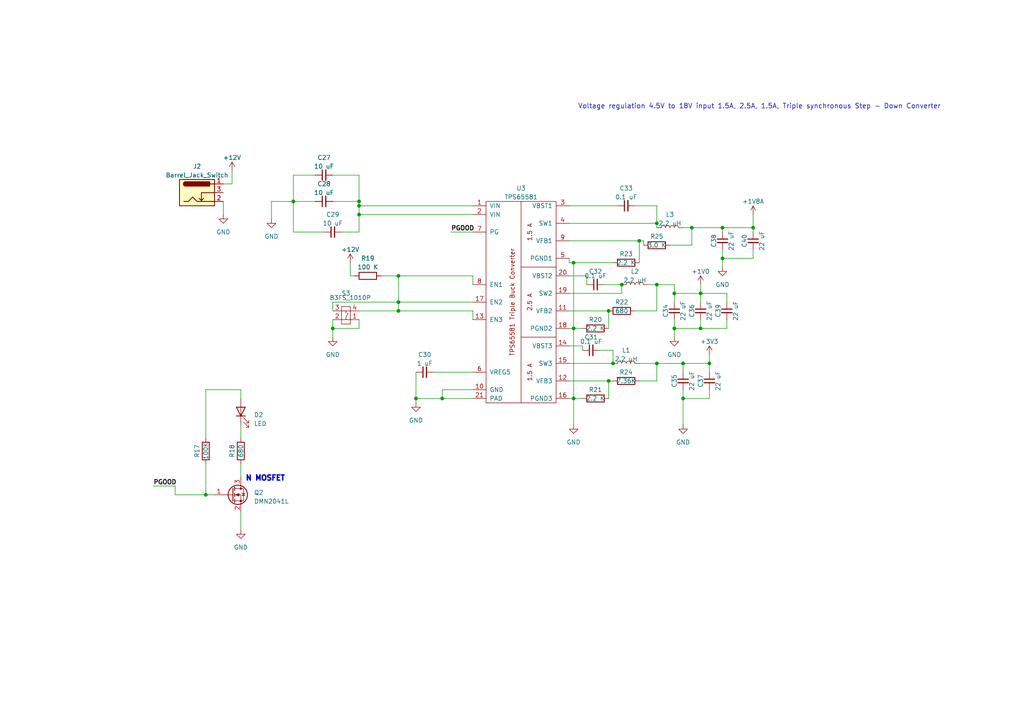
<source format=kicad_sch>
(kicad_sch (version 20230121) (generator eeschema)
  (paper "A4")
  (title_block (title "Power Supply") (date "15/06/23"))
  (lib_symbols
    (symbol "Connector:Barrel_Jack_Switch" (pin_names hide)
      (property "Reference" "J" (at 0 5.334 0))
      (property "Value" "Barrel_Jack_Switch" (at 0 -5.08 0))
      (symbol "Barrel_Jack_Switch_0_1"
        (rectangle (start -5.08 3.81) (end 5.08 -3.81) (stroke (width 0.254)) (fill (type background)))
        (arc (start -3.302 3.175) (mid -3.9343 2.54) (end -3.302 1.905) (stroke (width 0.254)))
        (arc (start -3.302 3.175) (mid -3.9343 2.54) (end -3.302 1.905) (stroke (width 0.254)) (fill (type outline)))
        (polyline (pts (xy 1.27 -2.286) (xy 1.905 -1.651)) (stroke (width 0.254)))
        (polyline (pts (xy 5.08 2.54) (xy 3.81 2.54)) (stroke (width 0.254)))
        (polyline (pts (xy 5.08 0) (xy 1.27 0) (xy 1.27 -2.286) (xy 0.635 -1.651)) (stroke (width 0.254)))
        (polyline (pts (xy -3.81 -2.54) (xy -2.54 -2.54) (xy -1.27 -1.27) (xy 0 -2.54) (xy 2.54 -2.54) (xy 5.08 -2.54)) (stroke (width 0.254)))
        (rectangle (start 3.683 3.175) (end -3.302 1.905) (stroke (width 0.254)) (fill (type outline)))
      )
      (symbol "Barrel_Jack_Switch_1_1"
        (pin passive line (at 7.62 2.54 180) (length 2.54) (name "~") (number "1"))
        (pin passive line (at 7.62 -2.54 180) (length 2.54) (name "~") (number "2"))
        (pin passive line (at 7.62 0 180) (length 2.54) (name "~") (number "3"))
      )
    )
    (symbol "Device:C_Small" (pin_numbers hide) (pin_names (offset 0.254) hide)
      (property "Reference" "C" (at 0.254 1.778 0))
      (property "Value" "C_Small" (at 0.254 -2.032 0))
      (symbol "C_Small_0_1"
        (polyline (pts (xy -1.524 -0.508) (xy 1.524 -0.508)) (stroke (width 0.3302)))
        (polyline (pts (xy -1.524 0.508) (xy 1.524 0.508)) (stroke (width 0.3048)))
      )
      (symbol "C_Small_1_1"
        (pin passive line (at 0 2.54 270) (length 2.032) (name "~") (number "1"))
        (pin passive line (at 0 -2.54 90) (length 2.032) (name "~") (number "2"))
      )
    )
    (symbol "Device:L" (pin_numbers hide) (pin_names (offset 1.016) hide)
      (property "Reference" "L" (at -1.27 0 90))
      (property "Value" "L" (at 1.905 0 90))
      (symbol "L_0_1"
        (arc (start 0 -2.54) (mid 0.6323 -1.905) (end 0 -1.27))
        (arc (start 0 -1.27) (mid 0.6323 -0.635) (end 0 0))
        (arc (start 0 0) (mid 0.6323 0.635) (end 0 1.27))
        (arc (start 0 1.27) (mid 0.6323 1.905) (end 0 2.54))
      )
      (symbol "L_1_1"
        (pin passive line (at 0 3.81 270) (length 1.27) (name "1") (number "1"))
        (pin passive line (at 0 -3.81 90) (length 1.27) (name "2") (number "2"))
      )
    )
    (symbol "Device:LED" (pin_numbers hide) (pin_names (offset 1.016) hide)
      (property "Reference" "D" (at 0 2.54 0))
      (property "Value" "LED" (at 0 -2.54 0))
      (symbol "LED_0_1"
        (polyline (pts (xy -1.27 -1.27) (xy -1.27 1.27)) (stroke (width 0.254)))
        (polyline (pts (xy -1.27 0) (xy 1.27 0)))
        (polyline (pts (xy 1.27 -1.27) (xy 1.27 1.27) (xy -1.27 0) (xy 1.27 -1.27)) (stroke (width 0.254)))
        (polyline (pts (xy -3.048 -0.762) (xy -4.572 -2.286) (xy -3.81 -2.286) (xy -4.572 -2.286) (xy -4.572 -1.524)))
        (polyline (pts (xy -1.778 -0.762) (xy -3.302 -2.286) (xy -2.54 -2.286) (xy -3.302 -2.286) (xy -3.302 -1.524)))
      )
      (symbol "LED_1_1"
        (pin passive line (at -3.81 0 0) (length 2.54) (name "K") (number "1"))
        (pin passive line (at 3.81 0 180) (length 2.54) (name "A") (number "2"))
      )
    )
    (symbol "Device:R" (pin_numbers hide) (pin_names (offset 0))
      (property "Reference" "R" (at 2.032 0 90))
      (property "Value" "R" (at 0 0 90))
      (symbol "R_0_1"
        (rectangle (start -1.016 -2.54) (end 1.016 2.54) (stroke (width 0.254)))
      )
      (symbol "R_1_1"
        (pin passive line (at 0 3.81 270) (length 1.27) (name "~") (number "1"))
        (pin passive line (at 0 -3.81 90) (length 1.27) (name "~") (number "2"))
      )
    )
    (symbol "FPGA_project_parts:+1V8A" (power) (pin_names (offset 0))
      (property "Value" "+1V8A" (at 0 3.175 0))
      (symbol "+1V8A_0_1"
        (polyline (pts (xy 0 2.54) (xy 0.635 1.27)))
        (polyline (pts (xy 0 0) (xy 0 2.54) (xy -0.635 1.27)))
      )
      (symbol "+1V8A_1_1"
        (pin power_in line (at 0 0 90) (length 0) hide (name "+1V8A") (number "1"))
      )
    )
    (symbol "FPGA_project_parts:B3FS_1010P" (pin_names (offset 1.016) hide)
      (property "Reference" "S" (at 0 3.81 0))
      (property "Value" "B3FS_1010P" (at 0 -3.81 0))
      (symbol "B3FS_1010P_0_1"
        (rectangle (start -1.27 2.54) (end 1.27 -2.54))
        (polyline (pts (xy -1.27 -1.27) (xy 1.27 -1.27)))
        (polyline (pts (xy -1.27 1.27) (xy 1.27 1.27)))
        (polyline (pts (xy 0 1.27) (xy 0 0.635)))
        (polyline (pts (xy 0 -1.27) (xy 0 -0.635) (xy 0.635 0.635)))
      )
      (symbol "B3FS_1010P_1_1"
        (pin input line (at 3.81 -1.27 180) (length 2.54) (name "1") (number "1"))
        (pin input line (at -3.81 -1.27 0) (length 2.54) (name "2") (number "2"))
        (pin input line (at -3.81 1.27 0) (length 2.54) (name "3") (number "3"))
        (pin input line (at 3.81 1.27 180) (length 2.54) (name "4") (number "4"))
      )
    )
    (symbol "FPGA_project_parts:TPS65581" (pin_names (offset 1.016))
      (property "Reference" "U" (at 0 30.48 0))
      (property "Value" "TPS65581" (at 0 -30.48 0))
      (symbol "TPS65581_0_0"
        (polyline (pts (xy 10.16 -10.16) (xy 0 -10.16)))
        (polyline (pts (xy 10.16 10.16) (xy 0 10.16)))
        (text "1.5 A" (at 2.54 -20.32 900) (effects (font (size 1.27 1.27))))
        (text "1.5 A" (at 2.54 20.32 900) (effects (font (size 1.27 1.27))))
        (text "2.5 A" (at 2.54 0 900) (effects (font (size 1.27 1.27))))
        (text "TPS65581 Triple Buck Converter" (at -2.54 0 900) (effects (font (size 1.27 1.27))))
      )
      (symbol "TPS65581_0_1"
        (rectangle (start -10.16 29.21) (end 10.16 -29.21))
        (polyline (pts (xy 0 29.21) (xy 0 -29.21)))
      )
      (symbol "TPS65581_1_1"
        (pin power_in line (at -13.97 27.94 0) (length 3.81) (name "VIN") (number "1"))
        (pin power_in line (at -13.97 -25.4 0) (length 3.81) (name "GND") (number "10"))
        (pin power_out line (at 13.97 -2.54 180) (length 3.81) (name "VFB2") (number "11"))
        (pin power_out line (at 13.97 -22.86 180) (length 3.81) (name "VFB3") (number "12"))
        (pin input line (at -13.97 -5.08 0) (length 3.81) (name "EN3") (number "13"))
        (pin power_out line (at 13.97 -12.7 180) (length 3.81) (name "VBST3") (number "14"))
        (pin power_out line (at 13.97 -17.78 180) (length 3.81) (name "SW3") (number "15"))
        (pin power_in line (at 13.97 -27.94 180) (length 3.81) (name "PGND3") (number "16"))
        (pin input line (at -13.97 0 0) (length 3.81) (name "EN2") (number "17"))
        (pin power_in line (at 13.97 -7.62 180) (length 3.81) (name "PGND2") (number "18"))
        (pin power_out line (at 13.97 2.54 180) (length 3.81) (name "SW2") (number "19"))
        (pin power_in line (at -13.97 25.4 0) (length 3.81) (name "VIN") (number "2"))
        (pin power_out line (at 13.97 7.62 180) (length 3.81) (name "VBST2") (number "20"))
        (pin power_in line (at -13.97 -27.94 0) (length 3.81) (name "PAD") (number "21"))
        (pin power_out line (at 13.97 27.94 180) (length 3.81) (name "VBST1") (number "3"))
        (pin power_out line (at 13.97 22.86 180) (length 3.81) (name "SW1") (number "4"))
        (pin power_in line (at 13.97 12.7 180) (length 3.81) (name "PGND1") (number "5"))
        (pin power_out line (at -13.97 -20.32 0) (length 3.81) (name "VREG5") (number "6"))
        (pin open_collector line (at -13.97 20.32 0) (length 3.81) (name "PG") (number "7"))
        (pin input line (at -13.97 5.08 0) (length 3.81) (name "EN1") (number "8"))
        (pin power_out line (at 13.97 17.78 180) (length 3.81) (name "VFB1") (number "9"))
      )
    )
    (symbol "Transistor_FET:DMN2041L" (pin_names hide)
      (property "Reference" "Q" (at 5.08 1.905 0))
      (property "Value" "DMN2041L" (at 5.08 0 0))
      (symbol "DMN2041L_0_1"
        (polyline (pts (xy 0.254 0) (xy -2.54 0)))
        (polyline (pts (xy 0.254 1.905) (xy 0.254 -1.905)) (stroke (width 0.254)))
        (polyline (pts (xy 0.762 -1.27) (xy 0.762 -2.286)) (stroke (width 0.254)))
        (polyline (pts (xy 0.762 0.508) (xy 0.762 -0.508)) (stroke (width 0.254)))
        (polyline (pts (xy 0.762 2.286) (xy 0.762 1.27)) (stroke (width 0.254)))
        (polyline (pts (xy 2.54 2.54) (xy 2.54 1.778)))
        (polyline (pts (xy 2.54 -2.54) (xy 2.54 0) (xy 0.762 0)))
        (polyline (pts (xy 0.762 -1.778) (xy 3.302 -1.778) (xy 3.302 1.778) (xy 0.762 1.778)))
        (polyline (pts (xy 1.016 0) (xy 2.032 0.381) (xy 2.032 -0.381) (xy 1.016 0)) (fill (type outline)))
        (polyline (pts (xy 2.794 0.508) (xy 2.921 0.381) (xy 3.683 0.381) (xy 3.81 0.254)))
        (polyline (pts (xy 3.302 0.381) (xy 2.921 -0.254) (xy 3.683 -0.254) (xy 3.302 0.381)))
        (circle (center 1.651 0) (radius 2.794) (stroke (width 0.254)))
        (circle (center 2.54 -1.778) (radius 0.254) (fill (type outline)))
        (circle (center 2.54 1.778) (radius 0.254) (fill (type outline)))
      )
      (symbol "DMN2041L_1_1"
        (pin input line (at -5.08 0 0) (length 2.54) (name "G") (number "1"))
        (pin passive line (at 2.54 -5.08 90) (length 2.54) (name "S") (number "2"))
        (pin passive line (at 2.54 5.08 270) (length 2.54) (name "D") (number "3"))
      )
    )
    (symbol "power:+12V" (power) (pin_names (offset 0))
      (property "Value" "+12V" (at 0 3.556 0))
      (symbol "+12V_0_1"
        (polyline (pts (xy -0.762 1.27) (xy 0 2.54)))
        (polyline (pts (xy 0 0) (xy 0 2.54)))
        (polyline (pts (xy 0 2.54) (xy 0.762 1.27)))
      )
      (symbol "+12V_1_1"
        (pin power_in line (at 0 0 90) (length 0) hide (name "+12V") (number "1"))
      )
    )
    (symbol "power:+1V0" (power) (pin_names (offset 0))
      (property "Value" "+1V0" (at 0 3.556 0))
      (symbol "+1V0_0_1"
        (polyline (pts (xy -0.762 1.27) (xy 0 2.54)))
        (polyline (pts (xy 0 0) (xy 0 2.54)))
        (polyline (pts (xy 0 2.54) (xy 0.762 1.27)))
      )
      (symbol "+1V0_1_1"
        (pin power_in line (at 0 0 90) (length 0) hide (name "+1V0") (number "1"))
      )
    )
    (symbol "power:+3V3" (power) (pin_names (offset 0))
      (property "Value" "+3V3" (at 0 3.556 0))
      (symbol "+3V3_0_1"
        (polyline (pts (xy -0.762 1.27) (xy 0 2.54)))
        (polyline (pts (xy 0 0) (xy 0 2.54)))
        (polyline (pts (xy 0 2.54) (xy 0.762 1.27)))
      )
      (symbol "+3V3_1_1"
        (pin power_in line (at 0 0 90) (length 0) hide (name "+3V3") (number "1"))
      )
    )
    (symbol "power:GND" (power) (pin_names (offset 0))
      (property "Value" "GND" (at 0 -3.81 0))
      (symbol "GND_0_1"
        (polyline (pts (xy 0 0) (xy 0 -1.27) (xy 1.27 -1.27) (xy 0 -2.54) (xy -1.27 -1.27) (xy 0 -1.27)))
      )
      (symbol "GND_1_1"
        (pin power_in line (at 0 0 270) (length 0) hide (name "GND") (number "1"))
      )
    )
  )
  (junction (at 203.2 85.09))
  (junction (at 166.37 95.25))
  (junction (at 176.53 90.17))
  (junction (at 209.55 66.04))
  (junction (at 104.14 59.69))
  (junction (at 180.34 82.55))
  (junction (at 85.09 58.42))
  (junction (at 104.14 58.42))
  (junction (at 205.74 105.41))
  (junction (at 218.44 66.04))
  (junction (at 96.52 95.25))
  (junction (at 166.37 76.2))
  (junction (at 115.57 80.01))
  (junction (at 115.57 90.17))
  (junction (at 198.12 105.41))
  (junction (at 115.57 87.63))
  (junction (at 190.5 64.77))
  (junction (at 190.5 105.41))
  (junction (at 176.53 110.49))
  (junction (at 120.65 115.57))
  (junction (at 177.8 105.41))
  (junction (at 198.12 115.57))
  (junction (at 209.55 74.93))
  (junction (at 200.66 66.04))
  (junction (at 166.37 115.57))
  (junction (at 195.58 85.09))
  (junction (at 203.2 95.25))
  (junction (at 185.42 69.85))
  (junction (at 59.69 143.51))
  (junction (at 195.58 95.25))
  (junction (at 128.27 115.57))
  (junction (at 190.5 82.55))
  (junction (at 104.14 62.23))
  (wire (pts (xy 190.5 90.17) (xy 190.5 82.55)))
  (wire (pts (xy 104.14 58.42) (xy 104.14 59.69)))
  (wire (pts (xy 165.1 110.49) (xy 176.53 110.49)))
  (wire (pts (xy 218.44 62.23) (xy 218.44 66.04)))
  (wire (pts (xy 185.42 105.41) (xy 190.5 105.41)))
  (wire (pts (xy 185.42 110.49) (xy 190.5 110.49)))
  (wire (pts (xy 200.66 66.04) (xy 209.55 66.04)))
  (wire (pts (xy 209.55 72.39) (xy 209.55 74.93)))
  (wire (pts (xy 166.37 115.57) (xy 168.91 115.57)))
  (wire (pts (xy 96.52 50.8) (xy 104.14 50.8)))
  (wire (pts (xy 175.26 82.55) (xy 180.34 82.55)))
  (wire (pts (xy 137.16 115.57) (xy 128.27 115.57)))
  (wire (pts (xy 166.37 76.2) (xy 165.1 76.2)))
  (wire (pts (xy 165.1 69.85) (xy 185.42 69.85)))
  (wire (pts (xy 120.65 107.95) (xy 120.65 115.57)))
  (wire (pts (xy 115.57 80.01) (xy 115.57 87.63)))
  (wire (pts (xy 67.31 53.34) (xy 67.31 49.53)))
  (wire (pts (xy 177.8 76.2) (xy 166.37 76.2)))
  (wire (pts (xy 85.09 50.8) (xy 85.09 58.42)))
  (wire (pts (xy 195.58 85.09) (xy 203.2 85.09)))
  (wire (pts (xy 78.74 63.5) (xy 78.74 58.42)))
  (wire (pts (xy 190.5 105.41) (xy 198.12 105.41)))
  (wire (pts (xy 104.14 62.23) (xy 137.16 62.23)))
  (wire (pts (xy 187.96 82.55) (xy 190.5 82.55)))
  (wire (pts (xy 205.74 102.87) (xy 205.74 105.41)))
  (wire (pts (xy 96.52 87.63) (xy 115.57 87.63)))
  (wire (pts (xy 165.1 85.09) (xy 180.34 85.09)))
  (wire (pts (xy 165.1 90.17) (xy 176.53 90.17)))
  (wire (pts (xy 195.58 92.71) (xy 195.58 95.25)))
  (wire (pts (xy 177.8 110.49) (xy 176.53 110.49)))
  (wire (pts (xy 137.16 113.03) (xy 128.27 113.03)))
  (wire (pts (xy 59.69 127) (xy 59.69 113.03)))
  (wire (pts (xy 104.14 50.8) (xy 104.14 58.42)))
  (wire (pts (xy 115.57 90.17) (xy 137.16 90.17)))
  (wire (pts (xy 85.09 58.42) (xy 85.09 67.31)))
  (wire (pts (xy 176.53 90.17) (xy 176.53 95.25)))
  (wire (pts (xy 69.85 123.19) (xy 69.85 127)))
  (wire (pts (xy 96.52 58.42) (xy 104.14 58.42)))
  (wire (pts (xy 200.66 71.12) (xy 200.66 66.04)))
  (wire (pts (xy 165.1 95.25) (xy 166.37 95.25)))
  (wire (pts (xy 125.73 107.95) (xy 137.16 107.95)))
  (wire (pts (xy 64.77 53.34) (xy 67.31 53.34)))
  (wire (pts (xy 203.2 87.63) (xy 203.2 85.09)))
  (wire (pts (xy 195.58 82.55) (xy 195.58 85.09)))
  (wire (pts (xy 190.5 64.77) (xy 190.5 66.04)))
  (wire (pts (xy 101.6 80.01) (xy 102.87 80.01)))
  (wire (pts (xy 104.14 92.71) (xy 104.14 95.25)))
  (wire (pts (xy 185.42 69.85) (xy 186.69 69.85)))
  (wire (pts (xy 185.42 69.85) (xy 185.42 76.2)))
  (wire (pts (xy 64.77 58.42) (xy 64.77 62.23)))
  (wire (pts (xy 218.44 67.31) (xy 218.44 66.04)))
  (wire (pts (xy 104.14 90.17) (xy 115.57 90.17)))
  (wire (pts (xy 195.58 95.25) (xy 195.58 97.79)))
  (wire (pts (xy 218.44 66.04) (xy 209.55 66.04)))
  (wire (pts (xy 59.69 143.51) (xy 50.8 143.51)))
  (wire (pts (xy 190.5 110.49) (xy 190.5 105.41)))
  (wire (pts (xy 50.8 143.51) (xy 50.8 140.97)))
  (wire (pts (xy 128.27 115.57) (xy 120.65 115.57)))
  (wire (pts (xy 184.15 90.17) (xy 190.5 90.17)))
  (wire (pts (xy 69.85 113.03) (xy 69.85 115.57)))
  (wire (pts (xy 198.12 105.41) (xy 198.12 107.95)))
  (wire (pts (xy 120.65 116.84) (xy 120.65 115.57)))
  (wire (pts (xy 165.1 64.77) (xy 190.5 64.77)))
  (wire (pts (xy 186.69 69.85) (xy 186.69 71.12)))
  (wire (pts (xy 170.18 80.01) (xy 170.18 82.55)))
  (wire (pts (xy 104.14 59.69) (xy 137.16 59.69)))
  (wire (pts (xy 210.82 92.71) (xy 210.82 95.25)))
  (wire (pts (xy 165.1 76.2) (xy 165.1 74.93)))
  (wire (pts (xy 194.31 71.12) (xy 200.66 71.12)))
  (wire (pts (xy 69.85 148.59) (xy 69.85 153.67)))
  (wire (pts (xy 184.15 59.69) (xy 190.5 59.69)))
  (wire (pts (xy 165.1 59.69) (xy 179.07 59.69)))
  (wire (pts (xy 104.14 59.69) (xy 104.14 62.23)))
  (wire (pts (xy 69.85 134.62) (xy 69.85 138.43)))
  (wire (pts (xy 137.16 67.31) (xy 130.81 67.31)))
  (wire (pts (xy 195.58 85.09) (xy 195.58 87.63)))
  (wire (pts (xy 115.57 80.01) (xy 137.16 80.01)))
  (wire (pts (xy 166.37 95.25) (xy 168.91 95.25)))
  (wire (pts (xy 168.91 100.33) (xy 168.91 101.6)))
  (wire (pts (xy 166.37 115.57) (xy 166.37 123.19)))
  (wire (pts (xy 91.44 58.42) (xy 85.09 58.42)))
  (wire (pts (xy 205.74 113.03) (xy 205.74 115.57)))
  (wire (pts (xy 115.57 87.63) (xy 137.16 87.63)))
  (wire (pts (xy 205.74 105.41) (xy 205.74 107.95)))
  (wire (pts (xy 166.37 76.2) (xy 166.37 95.25)))
  (wire (pts (xy 96.52 92.71) (xy 96.52 95.25)))
  (wire (pts (xy 198.12 113.03) (xy 198.12 115.57)))
  (wire (pts (xy 209.55 66.04) (xy 209.55 67.31)))
  (wire (pts (xy 166.37 95.25) (xy 166.37 115.57)))
  (wire (pts (xy 198.12 66.04) (xy 200.66 66.04)))
  (wire (pts (xy 101.6 76.2) (xy 101.6 80.01)))
  (wire (pts (xy 137.16 80.01) (xy 137.16 82.55)))
  (wire (pts (xy 176.53 110.49) (xy 176.53 115.57)))
  (wire (pts (xy 78.74 58.42) (xy 85.09 58.42)))
  (wire (pts (xy 96.52 90.17) (xy 96.52 87.63)))
  (wire (pts (xy 91.44 50.8) (xy 85.09 50.8)))
  (wire (pts (xy 173.99 101.6) (xy 177.8 101.6)))
  (wire (pts (xy 177.8 101.6) (xy 177.8 105.41)))
  (wire (pts (xy 110.49 80.01) (xy 115.57 80.01)))
  (wire (pts (xy 104.14 62.23) (xy 104.14 67.31)))
  (wire (pts (xy 180.34 85.09) (xy 180.34 82.55)))
  (wire (pts (xy 190.5 59.69) (xy 190.5 64.77)))
  (wire (pts (xy 44.45 140.97) (xy 50.8 140.97)))
  (wire (pts (xy 104.14 95.25) (xy 96.52 95.25)))
  (wire (pts (xy 195.58 95.25) (xy 203.2 95.25)))
  (wire (pts (xy 137.16 90.17) (xy 137.16 92.71)))
  (wire (pts (xy 59.69 113.03) (xy 69.85 113.03)))
  (wire (pts (xy 165.1 80.01) (xy 170.18 80.01)))
  (wire (pts (xy 218.44 72.39) (xy 218.44 74.93)))
  (wire (pts (xy 209.55 74.93) (xy 209.55 77.47)))
  (wire (pts (xy 190.5 82.55) (xy 195.58 82.55)))
  (wire (pts (xy 203.2 82.55) (xy 203.2 85.09)))
  (wire (pts (xy 165.1 105.41) (xy 177.8 105.41)))
  (wire (pts (xy 218.44 74.93) (xy 209.55 74.93)))
  (wire (pts (xy 210.82 87.63) (xy 210.82 85.09)))
  (wire (pts (xy 210.82 95.25) (xy 203.2 95.25)))
  (wire (pts (xy 203.2 95.25) (xy 203.2 92.71)))
  (wire (pts (xy 128.27 113.03) (xy 128.27 115.57)))
  (wire (pts (xy 93.98 67.31) (xy 85.09 67.31)))
  (wire (pts (xy 205.74 105.41) (xy 198.12 105.41)))
  (wire (pts (xy 203.2 85.09) (xy 210.82 85.09)))
  (wire (pts (xy 165.1 100.33) (xy 168.91 100.33)))
  (wire (pts (xy 205.74 115.57) (xy 198.12 115.57)))
  (wire (pts (xy 62.23 143.51) (xy 59.69 143.51)))
  (wire (pts (xy 198.12 115.57) (xy 198.12 123.19)))
  (wire (pts (xy 104.14 67.31) (xy 99.06 67.31)))
  (wire (pts (xy 165.1 115.57) (xy 166.37 115.57)))
  (wire (pts (xy 96.52 95.25) (xy 96.52 97.79)))
  (wire (pts (xy 59.69 134.62) (xy 59.69 143.51)))
  (wire (pts (xy 115.57 87.63) (xy 115.57 90.17)))
  (text "N MOSFET" (at 71.12 139.7 0) (effects (font (size 1.5 1.5) (thickness 0.4) bold) (justify left bottom)))
  (text "Voltage regulation 4.5V to 18V input 1.5A, 2.5A, 1.5A, Triple synchronous Step - Down Converter" (at 167.64 31.75 0) (effects (font (size 1.4 1.4)) (justify left bottom)))
  (label "PGOOD" (at 130.81 67.31 0) (effects (font bold)))
  (label "PGOOD" (at 44.45 140.97 0) (effects (font bold)))
  (symbol (lib_id "Device:C_Small") (at 218.44 69.85 0) (unit 1)
    (property "Reference" "C40" (at 215.9 69.85 90))
    (property "Value" "22 uF" (at 220.98 69.8563 90))
    (property "Footprint" "Capacitor_SMD:C_0201_0603Metric" (effects hide))
    (instances (project "VendingMachine" (path "" (reference "C40") (unit 1))) (project "vendingMachine" (path "" (reference "C14") (unit 1))))
  )
  (symbol (lib_id "power:GND") (at 120.65 116.84 0) (unit 1)
    (property "Reference" "#PWR036" (effects hide))
    (property "Value" "GND" (at 120.65 121.92 0))
    (instances (project "VendingMachine" (path "" (reference "#PWR036") (unit 1))) (project "vendingMachine" (path "" (reference "#PWR05") (unit 1))))
  )
  (symbol (lib_id "FPGA_project_parts:TPS65581") (at 151.13 87.63 0) (unit 1)
    (property "Reference" "U3" (at 151.13 54.61 0))
    (property "Value" "TPS65581" (at 151.13 57.15 0))
    (property "Footprint" "Package_SO:HTSSOP-20-1EP_4.4x6.5mm_P0.65mm_EP3.4x6.5mm_Mask2.75x3.43mm_ThermalVias" (effects hide))
    (instances (project "VendingMachine" (path "" (reference "U3") (unit 1))) (project "vendingMachine" (path "" (reference "U1") (unit 1))))
  )
  (symbol (lib_id "Device:C_Small") (at 172.72 82.55 90) (unit 1)
    (property "Reference" "C32" (at 172.72 78.74 90))
    (property "Value" "0.1 uF" (at 172.7263 80.01 90))
    (property "Footprint" "Capacitor_SMD:C_0201_0603Metric" (effects hide))
    (instances (project "VendingMachine" (path "" (reference "C32") (unit 1))) (project "vendingMachine" (path "" (reference "C6") (unit 1))))
  )
  (symbol (lib_id "Device:C_Small") (at 123.19 107.95 90) (unit 1)
    (property "Reference" "C30" (at 123.1963 102.87 90))
    (property "Value" "1 uF" (at 123.1963 105.41 90))
    (property "Footprint" "Capacitor_SMD:C_0201_0603Metric" (effects hide))
    (instances (project "VendingMachine" (path "" (reference "C30") (unit 1))) (project "vendingMachine" (path "" (reference "C4") (unit 1))))
  )
  (symbol (lib_id "Device:C_Small") (at 205.74 110.49 0) (unit 1)
    (property "Reference" "C37" (at 203.2 110.49 90))
    (property "Value" "22 uF" (at 208.28 110.4963 90))
    (property "Footprint" "Capacitor_SMD:C_0201_0603Metric" (effects hide))
    (instances (project "VendingMachine" (path "" (reference "C37") (unit 1))) (project "vendingMachine" (path "" (reference "C9") (unit 1))))
  )
  (symbol (lib_id "Device:LED") (at 69.85 119.38 90) (unit 1)
    (property "Reference" "D2" (at 73.66 120.3325 90) (effects (justify right)))
    (property "Value" "LED" (at 73.66 122.8725 90) (effects (justify right)))
    (property "Footprint" "LED_SMD:LED_1812_4532Metric" (effects hide))
    (instances (project "VendingMachine" (path "" (reference "D2") (unit 1))) (project "vendingMachine" (path "" (reference "D1") (unit 1))))
  )
  (symbol (lib_id "power:GND") (at 198.12 123.19 0) (unit 1)
    (property "Reference" "#PWR039" (effects hide))
    (property "Value" "GND" (at 198.12 128.27 0))
    (instances (project "VendingMachine" (path "" (reference "#PWR039") (unit 1))) (project "vendingMachine" (path "" (reference "#PWR08") (unit 1))))
  )
  (symbol (lib_id "Device:R") (at 190.5 71.12 270) (unit 1)
    (property "Reference" "R25" (at 190.5 68.58 90))
    (property "Value" "3.0 K" (at 190.5 71.12 90))
    (property "Footprint" "Resistor_SMD:R_0402_1005Metric" (effects hide))
    (instances (project "VendingMachine" (path "" (reference "R25") (unit 1))) (project "vendingMachine" (path "" (reference "R5") (unit 1))))
  )
  (symbol (lib_id "power:GND") (at 96.52 97.79 0) (unit 1)
    (property "Reference" "#PWR034" (effects hide))
    (property "Value" "GND" (at 96.52 102.87 0))
    (instances (project "VendingMachine" (path "" (reference "#PWR034") (unit 1))) (project "vendingMachine" (path "" (reference "#PWR03") (unit 1))))
  )
  (symbol (lib_id "Device:C_Small") (at 203.2 90.17 0) (unit 1)
    (property "Reference" "C36" (at 200.66 90.17 90))
    (property "Value" "22 uF" (at 205.74 90.1763 90))
    (property "Footprint" "Capacitor_SMD:C_0201_0603Metric" (effects hide))
    (instances (project "VendingMachine" (path "" (reference "C36") (unit 1))) (project "vendingMachine" (path "" (reference "C11") (unit 1))))
  )
  (symbol (lib_id "power:+1V0") (at 203.2 82.55 0) (unit 1)
    (property "Reference" "#PWR040" (effects hide))
    (property "Value" "+1V0" (at 203.2 78.74 0))
    (instances (project "VendingMachine" (path "" (reference "#PWR040") (unit 1))) (project "vendingMachine" (path "" (reference "#PWR011") (unit 1))))
  )
  (symbol (lib_id "Device:R") (at 69.85 130.81 0) (unit 1)
    (property "Reference" "R18" (at 67.31 130.81 90))
    (property "Value" "680" (at 69.85 130.81 90))
    (property "Footprint" "Resistor_SMD:R_0402_1005Metric" (effects hide))
    (instances (project "VendingMachine" (path "" (reference "R18") (unit 1))) (project "vendingMachine" (path "" (reference "R8") (unit 1))))
  )
  (symbol (lib_id "Device:R") (at 180.34 90.17 270) (unit 1)
    (property "Reference" "R22" (at 180.34 87.63 90))
    (property "Value" "680" (at 180.34 90.17 90))
    (property "Footprint" "Resistor_SMD:R_0402_1005Metric" (effects hide))
    (instances (project "VendingMachine" (path "" (reference "R22") (unit 1))) (project "vendingMachine" (path "" (reference "R6") (unit 1))))
  )
  (symbol (lib_id "Device:C_Small") (at 210.82 90.17 0) (unit 1)
    (property "Reference" "C39" (at 208.28 90.17 90))
    (property "Value" "22 uF" (at 213.36 90.1763 90))
    (property "Footprint" "Capacitor_SMD:C_0201_0603Metric" (effects hide))
    (instances (project "VendingMachine" (path "" (reference "C39") (unit 1))) (project "vendingMachine" (path "" (reference "C12") (unit 1))))
  )
  (symbol (lib_id "power:GND") (at 64.77 62.23 0) (unit 1)
    (property "Reference" "#PWR030" (effects hide))
    (property "Value" "GND" (at 64.77 67.31 0))
    (instances (project "VendingMachine" (path "" (reference "#PWR030") (unit 1))) (project "vendingMachine" (path "" (reference "#PWR01") (unit 1))))
  )
  (symbol (lib_id "power:GND") (at 166.37 123.19 0) (unit 1)
    (property "Reference" "#PWR037" (effects hide))
    (property "Value" "GND" (at 166.37 128.27 0))
    (instances (project "VendingMachine" (path "" (reference "#PWR037") (unit 1))) (project "vendingMachine" (path "" (reference "#PWR07") (unit 1))))
  )
  (symbol (lib_id "Device:C_Small") (at 198.12 110.49 0) (unit 1)
    (property "Reference" "C35" (at 195.58 110.49 90))
    (property "Value" "22 uF" (at 200.66 110.4963 90))
    (property "Footprint" "Capacitor_SMD:C_0201_0603Metric" (effects hide))
    (instances (project "VendingMachine" (path "" (reference "C35") (unit 1))) (project "vendingMachine" (path "" (reference "C8") (unit 1))))
  )
  (symbol (lib_id "Device:R") (at 172.72 95.25 270) (unit 1)
    (property "Reference" "R20" (at 172.72 92.71 90))
    (property "Value" "2.2 K" (at 172.72 95.25 90))
    (property "Footprint" "Resistor_SMD:R_0402_1005Metric" (effects hide))
    (instances (project "VendingMachine" (path "" (reference "R20") (unit 1))) (project "vendingMachine" (path "" (reference "R3") (unit 1))))
  )
  (symbol (lib_id "Device:C_Small") (at 93.98 58.42 90) (unit 1)
    (property "Reference" "C28" (at 93.9863 53.34 90))
    (property "Value" "10 uF" (at 93.9863 55.88 90))
    (property "Footprint" "Capacitor_SMD:C_0201_0603Metric" (effects hide))
    (instances (project "VendingMachine" (path "" (reference "C28") (unit 1))) (project "vendingMachine" (path "" (reference "C2") (unit 1))))
  )
  (symbol (lib_id "FPGA_project_parts:+1V8A") (at 218.44 62.23 0) (unit 1)
    (property "Reference" "#PWR043" (effects hide))
    (property "Value" "+1V8A" (at 218.44 58.42 0))
    (instances (project "VendingMachine" (path "" (reference "#PWR043") (unit 1))) (project "vendingMachine" (path "" (reference "#PWR013") (unit 1))))
  )
  (symbol (lib_id "power:GND") (at 78.74 63.5 0) (unit 1)
    (property "Reference" "#PWR033" (effects hide))
    (property "Value" "GND" (at 78.74 68.58 0))
    (instances (project "VendingMachine" (path "" (reference "#PWR033") (unit 1))) (project "vendingMachine" (path "" (reference "#PWR06") (unit 1))))
  )
  (symbol (lib_id "power:+3V3") (at 205.74 102.87 0) (unit 1)
    (property "Reference" "#PWR041" (effects hide))
    (property "Value" "+3V3" (at 205.74 99.06 0))
    (instances (project "VendingMachine" (path "" (reference "#PWR041") (unit 1))) (project "vendingMachine" (path "" (reference "#PWR09") (unit 1))))
  )
  (symbol (lib_id "power:+12V") (at 67.31 49.53 0) (unit 1)
    (property "Reference" "#PWR031" (effects hide))
    (property "Value" "+12V" (at 67.31 45.72 0))
    (instances (project "VendingMachine" (path "" (reference "#PWR031") (unit 1))) (project "vendingMachine" (path "" (reference "#PWR02") (unit 1))))
  )
  (symbol (lib_id "power:GND") (at 69.85 153.67 0) (unit 1)
    (property "Reference" "#PWR032" (effects hide))
    (property "Value" "GND" (at 69.85 158.75 0))
    (instances (project "VendingMachine" (path "" (reference "#PWR032") (unit 1))) (project "vendingMachine" (path "" (reference "#PWR014") (unit 1))))
  )
  (symbol (lib_id "Device:R") (at 172.72 115.57 270) (unit 1)
    (property "Reference" "R21" (at 172.72 113.03 90))
    (property "Value" "2.2 K" (at 172.72 115.57 90))
    (property "Footprint" "Resistor_SMD:R_0402_1005Metric" (effects hide))
    (instances (project "VendingMachine" (path "" (reference "R21") (unit 1))) (project "vendingMachine" (path "" (reference "R4") (unit 1))))
  )
  (symbol (lib_id "FPGA_project_parts:B3FS_1010P") (at 100.33 91.44 0) (unit 1)
    (property "Reference" "S3" (at 100.33 85.09 0))
    (property "Value" "B3FS_1010P" (at 101.6 86.36 0))
    (property "Footprint" "FPGA_project_parts:B3FS_1010P" (effects hide))
    (instances (project "VendingMachine" (path "" (reference "S3") (unit 1))) (project "vendingMachine" (path "" (reference "S1") (unit 1))))
  )
  (symbol (lib_id "Device:R") (at 181.61 110.49 270) (unit 1)
    (property "Reference" "R24" (at 181.61 107.95 90))
    (property "Value" "7.36K" (at 181.61 110.49 90))
    (property "Footprint" "Resistor_SMD:R_0402_1005Metric" (effects hide))
    (instances (project "VendingMachine" (path "" (reference "R24") (unit 1))) (project "vendingMachine" (path "" (reference "R7") (unit 1))))
  )
  (symbol (lib_id "Device:C_Small") (at 209.55 69.85 0) (unit 1)
    (property "Reference" "C38" (at 207.01 69.85 90))
    (property "Value" "22 uF" (at 212.09 69.8563 90))
    (property "Footprint" "Capacitor_SMD:C_0201_0603Metric" (effects hide))
    (instances (project "VendingMachine" (path "" (reference "C38") (unit 1))) (project "vendingMachine" (path "" (reference "C13") (unit 1))))
  )
  (symbol (lib_id "Connector:Barrel_Jack_Switch") (at 57.15 55.88 0) (unit 1)
    (property "Reference" "J2" (at 57.15 48.26 0))
    (property "Value" "Barrel_Jack_Switch" (at 57.15 50.8 0))
    (property "Footprint" "Connector_BarrelJack:BarrelJack_CUI_PJ-036AH-SMT_Horizontal" (effects hide))
    (instances (project "VendingMachine" (path "" (reference "J2") (unit 1))) (project "vendingMachine" (path "" (reference "J1") (unit 1))))
  )
  (symbol (lib_id "power:GND") (at 209.55 77.47 0) (unit 1)
    (property "Reference" "#PWR042" (effects hide))
    (property "Value" "GND" (at 209.55 82.55 0))
    (instances (project "VendingMachine" (path "" (reference "#PWR042") (unit 1))) (project "vendingMachine" (path "" (reference "#PWR012") (unit 1))))
  )
  (symbol (lib_id "Device:R") (at 106.68 80.01 270) (unit 1)
    (property "Reference" "R19" (at 106.68 74.93 90))
    (property "Value" "100 K" (at 106.68 77.47 90))
    (property "Footprint" "Resistor_SMD:R_0402_1005Metric" (effects hide))
    (instances (project "VendingMachine" (path "" (reference "R19") (unit 1))) (project "vendingMachine" (path "" (reference "R1") (unit 1))))
  )
  (symbol (lib_id "Device:L") (at 194.31 66.04 90) (unit 1)
    (property "Reference" "L3" (at 194.31 62.23 90))
    (property "Value" "2.2 uH" (at 194.31 64.77 90))
    (property "Footprint" "Inductor_SMD:L_01005_0402Metric" (effects hide))
    (instances (project "VendingMachine" (path "" (reference "L3") (unit 1))) (project "vendingMachine" (path "" (reference "L1") (unit 1))))
  )
  (symbol (lib_id "Device:C_Small") (at 96.52 67.31 90) (unit 1)
    (property "Reference" "C29" (at 96.5263 62.23 90))
    (property "Value" "10 uF" (at 96.5263 64.77 90))
    (property "Footprint" "Capacitor_SMD:C_0201_0603Metric" (effects hide))
    (instances (project "VendingMachine" (path "" (reference "C29") (unit 1))) (project "vendingMachine" (path "" (reference "C3") (unit 1))))
  )
  (symbol (lib_id "Transistor_FET:DMN2041L") (at 67.31 143.51 0) (unit 1)
    (property "Reference" "Q2" (at 73.66 142.875 0) (effects (justify left)))
    (property "Value" "DMN2041L" (at 73.66 145.415 0) (effects (justify left)))
    (property "Footprint" "Package_TO_SOT_SMD:SOT-23" (effects hide))
    (property "Datasheet" "https://www.diodes.com/assets/Datasheets/products_inactive_data/DMN2041L.pdf" (effects hide))
    (instances (project "VendingMachine" (path "" (reference "Q2") (unit 1))) (project "vendingMachine" (path "" (reference "Q1") (unit 1))))
  )
  (symbol (lib_id "Device:C_Small") (at 93.98 50.8 90) (unit 1)
    (property "Reference" "C27" (at 93.9863 45.72 90))
    (property "Value" "10 uF" (at 93.9863 48.26 90))
    (property "Footprint" "Capacitor_SMD:C_0201_0603Metric" (effects hide))
    (instances (project "VendingMachine" (path "" (reference "C27") (unit 1))) (project "vendingMachine" (path "" (reference "C1") (unit 1))))
  )
  (symbol (lib_id "Device:R") (at 59.69 130.81 0) (unit 1)
    (property "Reference" "R17" (at 57.15 130.81 90))
    (property "Value" "100K" (at 59.69 130.81 90))
    (property "Footprint" "Resistor_SMD:R_0402_1005Metric" (effects hide))
    (instances (project "VendingMachine" (path "" (reference "R17") (unit 1))) (project "vendingMachine" (path "" (reference "R9") (unit 1))))
  )
  (symbol (lib_id "Device:L") (at 184.15 82.55 90) (unit 1)
    (property "Reference" "L2" (at 184.15 78.74 90))
    (property "Value" "2.2 uH" (at 184.15 81.28 90))
    (property "Footprint" "Inductor_SMD:L_01005_0402Metric" (effects hide))
  )
  (symbol (lib_id "power:GND") (at 195.58 97.79 0) (unit 1)
    (property "Reference" "#PWR038" (effects hide))
    (property "Value" "GND" (at 195.58 102.87 0))
    (instances (project "VendingMachine" (path "" (reference "#PWR038") (unit 1))) (project "vendingMachine" (path "" (reference "#PWR010") (unit 1))))
  )
  (symbol (lib_id "Device:L") (at 181.61 105.41 90) (unit 1)
    (property "Reference" "L1" (at 181.61 101.6 90))
    (property "Value" "2.2 uH" (at 181.61 104.14 90))
    (property "Footprint" "Inductor_SMD:L_01005_0402Metric" (effects hide))
    (instances (project "VendingMachine" (path "" (reference "L1") (unit 1))) (project "vendingMachine" (path "" (reference "L3") (unit 1))))
  )
  (symbol (lib_id "power:+12V") (at 101.6 76.2 0) (unit 1)
    (property "Reference" "#PWR035" (effects hide))
    (property "Value" "+12V" (at 101.6 72.39 0))
    (instances (project "VendingMachine" (path "" (reference "#PWR035") (unit 1))) (project "vendingMachine" (path "" (reference "#PWR04") (unit 1))))
  )
  (symbol (lib_id "Device:C_Small") (at 195.58 90.17 0) (unit 1)
    (property "Reference" "C34" (at 193.04 90.17 90))
    (property "Value" "22 uF" (at 198.12 90.1763 90))
    (property "Footprint" "Capacitor_SMD:C_0201_0603Metric" (effects hide))
    (instances (project "VendingMachine" (path "" (reference "C34") (unit 1))) (project "vendingMachine" (path "" (reference "C10") (unit 1))))
  )
  (symbol (lib_id "Device:C_Small") (at 181.61 59.69 90) (unit 1)
    (property "Reference" "C33" (at 181.6163 54.61 90))
    (property "Value" "0.1 uF" (at 181.6163 57.15 90))
    (property "Footprint" "Capacitor_SMD:C_0201_0603Metric" (effects hide))
    (instances (project "VendingMachine" (path "" (reference "C33") (unit 1))) (project "vendingMachine" (path "" (reference "C5") (unit 1))))
  )
  (symbol (lib_id "Device:C_Small") (at 171.45 101.6 90) (unit 1)
    (property "Reference" "C31" (at 171.45 97.79 90))
    (property "Value" "0.1 uF" (at 171.4563 99.06 90))
    (property "Footprint" "Capacitor_SMD:C_0201_0603Metric" (effects hide))
    (instances (project "VendingMachine" (path "" (reference "C31") (unit 1))) (project "vendingMachine" (path "" (reference "C7") (unit 1))))
  )
  (symbol (lib_id "Device:R") (at 181.61 76.2 270) (unit 1)
    (property "Reference" "R23" (at 181.61 73.66 90))
    (property "Value" "2.2 K" (at 181.61 76.2 90))
    (property "Footprint" "Resistor_SMD:R_0402_1005Metric" (effects hide))
    (instances (project "VendingMachine" (path "" (reference "R23") (unit 1))) (project "vendingMachine" (path "" (reference "R2") (unit 1))))
  )
)
</source>
